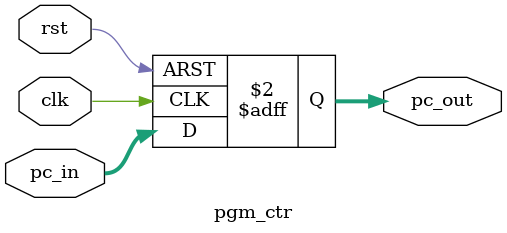
<source format=sv>
module pgm_ctr(
    input logic [31:0] pc_in,
    input logic clk,rst, 
    output logic [31:0] pc_out
    );

    always_ff @(posedge clk or posedge rst) begin
        if (rst) 
            pc_out <= 32'b0;
        else 
            pc_out <= pc_in;
    end


endmodule

</source>
